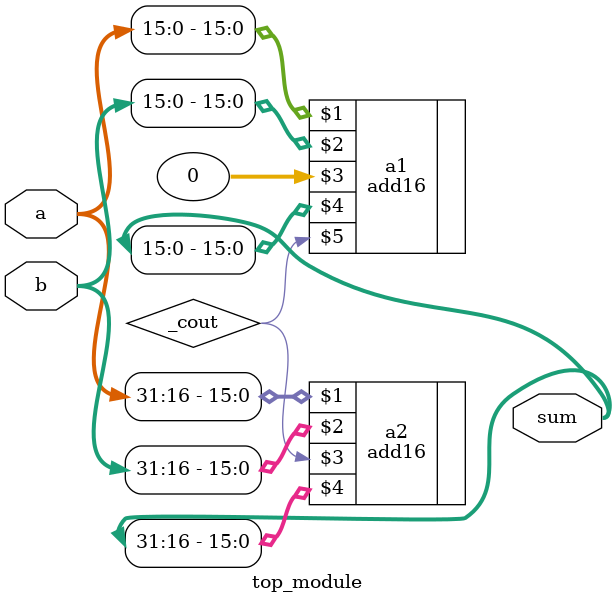
<source format=v>
module top_module(
    input [31:0] a,
    input [31:0] b,
    output [31:0] sum
);

    wire _cout;

    add16 a1(a[15:0], b[15:0], 0, sum[15:0], _cout);
    add16 a2(a[31:16], b[31:16], _cout, sum[31:16]);

endmodule
</source>
